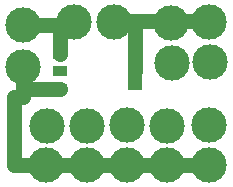
<source format=gbr>
%FSLAX35Y35*%
%MOIN*%
G04 EasyPC Gerber Version 18.0.8 Build 3632 *
%ADD102R,0.04724X0.12795*%
%ADD70C,0.01500*%
%ADD26C,0.05000*%
%ADD101R,0.04724X0.03543*%
%ADD100C,0.11811*%
X0Y0D02*
D02*
D70*
X41982Y56156D02*
Y55762D01*
X38439*
X69935Y56156D02*
Y55762D01*
D02*
D26*
X8124Y33400D02*
Y30565D01*
X4974*
Y8124*
X69935*
X8124Y40801D02*
Y33400D01*
X20329D02*
X8124D01*
X20329Y45211D02*
Y54581D01*
X8124*
X45526Y39305D02*
Y56156D01*
X69935*
X45526D02*
X41982D01*
D02*
D100*
X8124Y40801D03*
Y54581D03*
X15604Y8124D03*
X15998Y21116D03*
X25053Y55762D03*
X29384Y8124D03*
Y21116D03*
X38439Y55762D03*
X42770Y8124D03*
Y21510D03*
X56156Y8124D03*
Y21116D03*
X57337Y55368D03*
X57730Y41982D03*
X69935Y8124D03*
Y21510D03*
Y55762D03*
X70329Y42376D03*
D02*
D101*
X20329Y33400D03*
Y39305D03*
Y45211D03*
D02*
D102*
X45526Y39305D03*
X0Y0D02*
M02*

</source>
